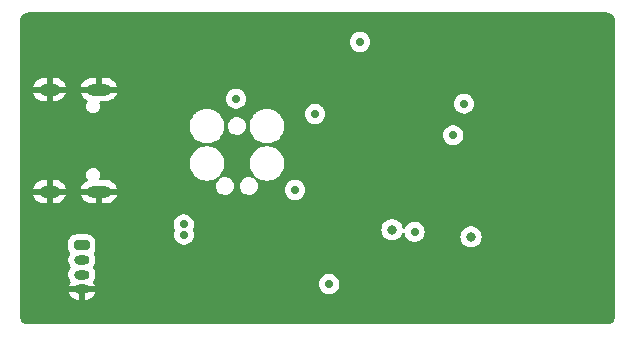
<source format=gbr>
%TF.GenerationSoftware,KiCad,Pcbnew,7.0.8*%
%TF.CreationDate,2024-01-29T14:11:28+05:30*%
%TF.ProjectId,stm32_ble,73746d33-325f-4626-9c65-2e6b69636164,Version : 1*%
%TF.SameCoordinates,PX6eac850PY632ea00*%
%TF.FileFunction,Copper,L2,Inr*%
%TF.FilePolarity,Positive*%
%FSLAX46Y46*%
G04 Gerber Fmt 4.6, Leading zero omitted, Abs format (unit mm)*
G04 Created by KiCad (PCBNEW 7.0.8) date 2024-01-29 14:11:28*
%MOMM*%
%LPD*%
G01*
G04 APERTURE LIST*
G04 Aperture macros list*
%AMRoundRect*
0 Rectangle with rounded corners*
0 $1 Rounding radius*
0 $2 $3 $4 $5 $6 $7 $8 $9 X,Y pos of 4 corners*
0 Add a 4 corners polygon primitive as box body*
4,1,4,$2,$3,$4,$5,$6,$7,$8,$9,$2,$3,0*
0 Add four circle primitives for the rounded corners*
1,1,$1+$1,$2,$3*
1,1,$1+$1,$4,$5*
1,1,$1+$1,$6,$7*
1,1,$1+$1,$8,$9*
0 Add four rect primitives between the rounded corners*
20,1,$1+$1,$2,$3,$4,$5,0*
20,1,$1+$1,$4,$5,$6,$7,0*
20,1,$1+$1,$6,$7,$8,$9,0*
20,1,$1+$1,$8,$9,$2,$3,0*%
G04 Aperture macros list end*
%TA.AperFunction,ComponentPad*%
%ADD10O,2.100000X1.000000*%
%TD*%
%TA.AperFunction,ComponentPad*%
%ADD11O,1.800000X1.000000*%
%TD*%
%TA.AperFunction,ComponentPad*%
%ADD12C,0.700000*%
%TD*%
%TA.AperFunction,ComponentPad*%
%ADD13C,4.400000*%
%TD*%
%TA.AperFunction,ComponentPad*%
%ADD14RoundRect,0.200000X-0.450000X0.200000X-0.450000X-0.200000X0.450000X-0.200000X0.450000X0.200000X0*%
%TD*%
%TA.AperFunction,ComponentPad*%
%ADD15O,1.300000X0.800000*%
%TD*%
%TA.AperFunction,ViaPad*%
%ADD16C,0.700000*%
%TD*%
%TA.AperFunction,ViaPad*%
%ADD17C,0.800000*%
%TD*%
G04 APERTURE END LIST*
D10*
%TO.N,GND*%
%TO.C,J3*%
X6815000Y20500000D03*
D11*
X2635000Y20500000D03*
D10*
X6815000Y11860000D03*
D11*
X2635000Y11860000D03*
%TD*%
D12*
%TO.N,GND*%
%TO.C,H1*%
X9260000Y24500000D03*
X9743274Y25666726D03*
X9743274Y23333274D03*
X10910000Y26150000D03*
D13*
X10910000Y24500000D03*
D12*
X10910000Y22850000D03*
X12076726Y25666726D03*
X12076726Y23333274D03*
X12560000Y24500000D03*
%TD*%
%TO.N,GND*%
%TO.C,H2*%
X9550000Y3370000D03*
X10033274Y4536726D03*
X10033274Y2203274D03*
X11200000Y5020000D03*
D13*
X11200000Y3370000D03*
D12*
X11200000Y1720000D03*
X12366726Y4536726D03*
X12366726Y2203274D03*
X12850000Y3370000D03*
%TD*%
%TO.N,GND*%
%TO.C,H4*%
X45743274Y3476726D03*
X46226548Y4643452D03*
X46226548Y2310000D03*
X47393274Y5126726D03*
D13*
X47393274Y3476726D03*
D12*
X47393274Y1826726D03*
X48560000Y4643452D03*
X48560000Y2310000D03*
X49043274Y3476726D03*
%TD*%
%TO.N,GND*%
%TO.C,H3*%
X45980000Y24330000D03*
X46463274Y25496726D03*
X46463274Y23163274D03*
X47630000Y25980000D03*
D13*
X47630000Y24330000D03*
D12*
X47630000Y22680000D03*
X48796726Y25496726D03*
X48796726Y23163274D03*
X49280000Y24330000D03*
%TD*%
D14*
%TO.N,+3.3V*%
%TO.C,J4*%
X5370000Y7330000D03*
D15*
%TO.N,/UART_TX*%
X5370000Y6080000D03*
%TO.N,/UART_RX*%
X5370000Y4830000D03*
%TO.N,GND*%
X5370000Y3580000D03*
%TD*%
D16*
%TO.N,+3.3V*%
X28920000Y24530000D03*
X18420000Y19730000D03*
X25110000Y18430000D03*
X33540000Y8460000D03*
X23420000Y12000000D03*
X37715000Y19300000D03*
X26320000Y4030000D03*
X13990000Y9080000D03*
X14040000Y8210000D03*
X36820000Y16630000D03*
%TO.N,GND*%
X32020000Y17530000D03*
X23265000Y17430000D03*
X26975000Y21830000D03*
X26975000Y20830000D03*
X16020000Y12330000D03*
X31820000Y15430000D03*
X38120000Y24675000D03*
X24720000Y13430000D03*
X28820000Y16430000D03*
X30620000Y9930000D03*
X24670000Y9330000D03*
X48123701Y14299029D03*
X26075000Y23230000D03*
X20060000Y9010000D03*
X28820000Y14430000D03*
X37460000Y18200000D03*
X44520000Y16230000D03*
X42920000Y19275000D03*
X48120000Y20230000D03*
X44420000Y18230000D03*
X9450000Y14500000D03*
X40720000Y6330000D03*
X25670000Y9290000D03*
X34265000Y21765000D03*
X9030000Y9960000D03*
X8920000Y11530000D03*
X30620000Y16530000D03*
X33320000Y18530000D03*
X39860000Y14705000D03*
X39220000Y19475000D03*
X11520000Y15130000D03*
X26820000Y9630000D03*
X33120000Y14530000D03*
X3475000Y10030000D03*
X33220000Y16530000D03*
X29620000Y15430000D03*
X38250000Y16150000D03*
X38820000Y3130000D03*
D17*
X16985000Y8210000D03*
D16*
X3175000Y22430000D03*
X28820000Y18530000D03*
X31120000Y18530000D03*
X34620000Y9930000D03*
X9020000Y20875000D03*
X30620000Y14530000D03*
X37020000Y20985000D03*
X29720000Y17530000D03*
D17*
%TO.N,/BOOT0*%
X31630000Y8630000D03*
X38320000Y8030000D03*
%TD*%
%TA.AperFunction,Conductor*%
%TO.N,GND*%
G36*
X49823031Y27029201D02*
G01*
X49870947Y27024483D01*
X49944317Y27017256D01*
X49968145Y27012517D01*
X50076005Y26979798D01*
X50098453Y26970499D01*
X50197849Y26917371D01*
X50218059Y26903867D01*
X50305179Y26832370D01*
X50322369Y26815180D01*
X50393866Y26728060D01*
X50407370Y26707850D01*
X50460495Y26608462D01*
X50469798Y26586003D01*
X50502514Y26478152D01*
X50507256Y26454312D01*
X50519201Y26333033D01*
X50519500Y26326952D01*
X50519500Y1333049D01*
X50519201Y1326968D01*
X50507256Y1205689D01*
X50502514Y1181849D01*
X50469798Y1073998D01*
X50460495Y1051539D01*
X50407370Y952151D01*
X50393866Y931941D01*
X50322369Y844821D01*
X50305179Y827631D01*
X50218059Y756134D01*
X50197849Y742630D01*
X50098461Y689505D01*
X50076002Y680202D01*
X49968151Y647486D01*
X49944311Y642744D01*
X49823032Y630799D01*
X49816951Y630500D01*
X823049Y630500D01*
X816968Y630799D01*
X695688Y642744D01*
X671848Y647486D01*
X563997Y680202D01*
X541541Y689504D01*
X442150Y742630D01*
X421940Y756134D01*
X334820Y827631D01*
X317630Y844821D01*
X246133Y931941D01*
X232629Y952151D01*
X193441Y1025466D01*
X179501Y1051547D01*
X170201Y1073998D01*
X137483Y1181855D01*
X132744Y1205683D01*
X120799Y1326969D01*
X120500Y1333049D01*
X120500Y3330000D01*
X4253033Y3330000D01*
X4259334Y3300355D01*
X4336286Y3127519D01*
X4447487Y2974465D01*
X4588081Y2847873D01*
X4588084Y2847871D01*
X4751915Y2753284D01*
X4751927Y2753279D01*
X4931845Y2694820D01*
X5072841Y2680000D01*
X5120000Y2680000D01*
X5120000Y3330000D01*
X4253033Y3330000D01*
X120500Y3330000D01*
X120500Y4735355D01*
X4219500Y4735355D01*
X4258855Y4550198D01*
X4258857Y4550193D01*
X4335848Y4377271D01*
X4335851Y4377266D01*
X4408364Y4277460D01*
X4431844Y4211654D01*
X4416018Y4143600D01*
X4408364Y4131690D01*
X4336284Y4032481D01*
X4336283Y4032480D01*
X4259335Y3859649D01*
X4253033Y3830000D01*
X5345376Y3830000D01*
X5272455Y3815495D01*
X5189760Y3760240D01*
X5134505Y3677545D01*
X5115102Y3580000D01*
X5134505Y3482455D01*
X5189760Y3399760D01*
X5272455Y3344505D01*
X5345376Y3330000D01*
X5394624Y3330000D01*
X5620000Y3330000D01*
X5620000Y2680000D01*
X5667159Y2680000D01*
X5808154Y2694820D01*
X5988072Y2753279D01*
X5988084Y2753284D01*
X6151915Y2847871D01*
X6151918Y2847873D01*
X6292509Y2974461D01*
X6292511Y2974464D01*
X6403717Y3127523D01*
X6480664Y3300352D01*
X6486967Y3330000D01*
X5620000Y3330000D01*
X5394624Y3330000D01*
X5467545Y3344505D01*
X5550240Y3399760D01*
X5605495Y3482455D01*
X5624898Y3580000D01*
X5605495Y3677545D01*
X5550240Y3760240D01*
X5467545Y3815495D01*
X5394624Y3830000D01*
X6486967Y3830000D01*
X6480665Y3859646D01*
X6404818Y4030000D01*
X25464815Y4030000D01*
X25483503Y3852195D01*
X25483504Y3852193D01*
X25538747Y3682171D01*
X25538750Y3682165D01*
X25628141Y3527335D01*
X25668551Y3482455D01*
X25747764Y3394479D01*
X25747767Y3394477D01*
X25747770Y3394474D01*
X25892407Y3289388D01*
X26055733Y3216671D01*
X26230609Y3179500D01*
X26230610Y3179500D01*
X26409389Y3179500D01*
X26409391Y3179500D01*
X26584267Y3216671D01*
X26747593Y3289388D01*
X26892230Y3394474D01*
X27011859Y3527335D01*
X27101250Y3682165D01*
X27156497Y3852197D01*
X27175185Y4030000D01*
X27156497Y4207803D01*
X27128873Y4292819D01*
X27101252Y4377830D01*
X27101249Y4377836D01*
X27011859Y4532665D01*
X26965003Y4584704D01*
X26892235Y4665522D01*
X26892232Y4665524D01*
X26892231Y4665525D01*
X26892230Y4665526D01*
X26747593Y4770612D01*
X26584267Y4843329D01*
X26584265Y4843330D01*
X26456594Y4870467D01*
X26409391Y4880500D01*
X26230609Y4880500D01*
X26199954Y4873985D01*
X26055733Y4843330D01*
X26055728Y4843328D01*
X25892408Y4770613D01*
X25747768Y4665525D01*
X25628140Y4532664D01*
X25538750Y4377836D01*
X25538747Y4377830D01*
X25483504Y4207808D01*
X25483503Y4207806D01*
X25464815Y4030000D01*
X6404818Y4030000D01*
X6403713Y4032482D01*
X6331634Y4131689D01*
X6308154Y4197495D01*
X6323979Y4265549D01*
X6331628Y4277452D01*
X6404151Y4377270D01*
X6481144Y4550197D01*
X6520500Y4735354D01*
X6520500Y4924646D01*
X6481144Y5109803D01*
X6404151Y5282730D01*
X6404148Y5282735D01*
X6331944Y5382115D01*
X6308464Y5447921D01*
X6324289Y5515975D01*
X6331944Y5527885D01*
X6404148Y5627266D01*
X6404147Y5627266D01*
X6404151Y5627270D01*
X6481144Y5800197D01*
X6520500Y5985354D01*
X6520500Y6174646D01*
X6481144Y6359803D01*
X6404151Y6532730D01*
X6383395Y6561299D01*
X6359916Y6627102D01*
X6375741Y6695156D01*
X6377564Y6698277D01*
X6463478Y6840394D01*
X6514086Y7002804D01*
X6520500Y7073384D01*
X6520500Y7586616D01*
X6514086Y7657196D01*
X6463478Y7819606D01*
X6375472Y7965185D01*
X6375470Y7965187D01*
X6375469Y7965189D01*
X6255188Y8085470D01*
X6234818Y8097784D01*
X6109606Y8173478D01*
X5947196Y8224086D01*
X5947194Y8224087D01*
X5947192Y8224087D01*
X5897778Y8228577D01*
X5876616Y8230500D01*
X4863384Y8230500D01*
X4844145Y8228752D01*
X4792807Y8224087D01*
X4630393Y8173478D01*
X4484811Y8085470D01*
X4364530Y7965189D01*
X4276522Y7819607D01*
X4225913Y7657193D01*
X4219500Y7586614D01*
X4219500Y7073387D01*
X4225913Y7002808D01*
X4276522Y6840394D01*
X4362402Y6698332D01*
X4380238Y6630777D01*
X4358720Y6564304D01*
X4356605Y6561299D01*
X4335848Y6532729D01*
X4258857Y6359808D01*
X4258855Y6359803D01*
X4219500Y6174646D01*
X4219500Y5985355D01*
X4258855Y5800198D01*
X4258857Y5800193D01*
X4335848Y5627272D01*
X4408056Y5527885D01*
X4431535Y5462078D01*
X4415709Y5394025D01*
X4408056Y5382115D01*
X4335848Y5282729D01*
X4258857Y5109808D01*
X4258855Y5109803D01*
X4219500Y4924646D01*
X4219500Y4735355D01*
X120500Y4735355D01*
X120500Y9080000D01*
X13134815Y9080000D01*
X13153503Y8902195D01*
X13153504Y8902193D01*
X13208750Y8732164D01*
X13249385Y8661782D01*
X13265858Y8593882D01*
X13259929Y8561464D01*
X13203504Y8387808D01*
X13203503Y8387806D01*
X13184815Y8210000D01*
X13203503Y8032195D01*
X13203504Y8032193D01*
X13258747Y7862171D01*
X13258750Y7862165D01*
X13348141Y7707335D01*
X13389210Y7661723D01*
X13467764Y7574479D01*
X13467767Y7574477D01*
X13467770Y7574474D01*
X13612407Y7469388D01*
X13775733Y7396671D01*
X13950609Y7359500D01*
X13950610Y7359500D01*
X14129389Y7359500D01*
X14129391Y7359500D01*
X14304267Y7396671D01*
X14467593Y7469388D01*
X14612230Y7574474D01*
X14731859Y7707335D01*
X14821250Y7862165D01*
X14876497Y8032197D01*
X14895185Y8210000D01*
X14876497Y8387803D01*
X14821250Y8557835D01*
X14780613Y8628220D01*
X14780181Y8630000D01*
X30724540Y8630000D01*
X30744326Y8441744D01*
X30744327Y8441741D01*
X30802818Y8261723D01*
X30802820Y8261718D01*
X30802821Y8261716D01*
X30897467Y8097784D01*
X31016856Y7965189D01*
X31024129Y7957112D01*
X31177265Y7845852D01*
X31177270Y7845849D01*
X31350192Y7768858D01*
X31350197Y7768856D01*
X31535354Y7729500D01*
X31535355Y7729500D01*
X31724644Y7729500D01*
X31724646Y7729500D01*
X31909803Y7768856D01*
X32082730Y7845849D01*
X32235871Y7957112D01*
X32362533Y8097784D01*
X32457179Y8261716D01*
X32465737Y8288057D01*
X32505173Y8345730D01*
X32569531Y8372929D01*
X32638377Y8361016D01*
X32689854Y8313773D01*
X32701599Y8288056D01*
X32758747Y8112172D01*
X32758750Y8112165D01*
X32848141Y7957335D01*
X32889812Y7911054D01*
X32967764Y7824479D01*
X32967767Y7824477D01*
X32967770Y7824474D01*
X33112407Y7719388D01*
X33275733Y7646671D01*
X33450609Y7609500D01*
X33450610Y7609500D01*
X33629389Y7609500D01*
X33629391Y7609500D01*
X33804267Y7646671D01*
X33967593Y7719388D01*
X34112230Y7824474D01*
X34127778Y7841741D01*
X34146167Y7862165D01*
X34231859Y7957335D01*
X34273812Y8030000D01*
X37414540Y8030000D01*
X37434326Y7841744D01*
X37434327Y7841741D01*
X37492818Y7661723D01*
X37492821Y7661716D01*
X37587467Y7497784D01*
X37678510Y7396671D01*
X37714129Y7357112D01*
X37867265Y7245852D01*
X37867270Y7245849D01*
X38040192Y7168858D01*
X38040197Y7168856D01*
X38225354Y7129500D01*
X38225355Y7129500D01*
X38414644Y7129500D01*
X38414646Y7129500D01*
X38599803Y7168856D01*
X38772730Y7245849D01*
X38925871Y7357112D01*
X39052533Y7497784D01*
X39147179Y7661716D01*
X39205674Y7841744D01*
X39225460Y8030000D01*
X39205674Y8218256D01*
X39147179Y8398284D01*
X39052533Y8562216D01*
X38925871Y8702888D01*
X38925870Y8702889D01*
X38772734Y8814149D01*
X38772729Y8814152D01*
X38599807Y8891143D01*
X38599802Y8891145D01*
X38454001Y8922135D01*
X38414646Y8930500D01*
X38225354Y8930500D01*
X38192897Y8923602D01*
X38040197Y8891145D01*
X38040192Y8891143D01*
X37867270Y8814152D01*
X37867265Y8814149D01*
X37714129Y8702889D01*
X37587466Y8562215D01*
X37492821Y8398285D01*
X37492818Y8398278D01*
X37436220Y8224086D01*
X37434326Y8218256D01*
X37414540Y8030000D01*
X34273812Y8030000D01*
X34321250Y8112165D01*
X34376497Y8282197D01*
X34395185Y8460000D01*
X34376497Y8637803D01*
X34332207Y8774113D01*
X34321252Y8807830D01*
X34321249Y8807836D01*
X34318631Y8812371D01*
X34231859Y8962665D01*
X34185003Y9014704D01*
X34112235Y9095522D01*
X34112232Y9095524D01*
X34112231Y9095525D01*
X34112230Y9095526D01*
X33967593Y9200612D01*
X33804267Y9273329D01*
X33804265Y9273330D01*
X33676594Y9300467D01*
X33629391Y9310500D01*
X33450609Y9310500D01*
X33419954Y9303985D01*
X33275733Y9273330D01*
X33275728Y9273328D01*
X33112408Y9200613D01*
X32967768Y9095525D01*
X32848140Y8962664D01*
X32758750Y8807836D01*
X32758746Y8807828D01*
X32756146Y8799823D01*
X32716707Y8742148D01*
X32652348Y8714952D01*
X32583502Y8726868D01*
X32532027Y8774113D01*
X32516924Y8812371D01*
X32515674Y8818248D01*
X32515674Y8818256D01*
X32457179Y8998284D01*
X32362533Y9162216D01*
X32235871Y9302888D01*
X32225394Y9310500D01*
X32082734Y9414149D01*
X32082729Y9414152D01*
X31909807Y9491143D01*
X31909802Y9491145D01*
X31764001Y9522135D01*
X31724646Y9530500D01*
X31535354Y9530500D01*
X31502897Y9523602D01*
X31350197Y9491145D01*
X31350192Y9491143D01*
X31177270Y9414152D01*
X31177265Y9414149D01*
X31024129Y9302889D01*
X30897466Y9162215D01*
X30802821Y8998285D01*
X30802818Y8998278D01*
X30744327Y8818260D01*
X30744326Y8818256D01*
X30724540Y8630000D01*
X14780181Y8630000D01*
X14764141Y8696118D01*
X14770070Y8728537D01*
X14771247Y8732161D01*
X14771250Y8732165D01*
X14826497Y8902197D01*
X14845185Y9080000D01*
X14826497Y9257803D01*
X14775697Y9414149D01*
X14771252Y9427830D01*
X14771249Y9427836D01*
X14734699Y9491143D01*
X14681859Y9582665D01*
X14635003Y9634704D01*
X14562235Y9715522D01*
X14562232Y9715524D01*
X14562231Y9715525D01*
X14562230Y9715526D01*
X14417593Y9820612D01*
X14254267Y9893329D01*
X14254265Y9893330D01*
X14126594Y9920467D01*
X14079391Y9930500D01*
X13900609Y9930500D01*
X13869954Y9923985D01*
X13725733Y9893330D01*
X13725728Y9893328D01*
X13562408Y9820613D01*
X13417768Y9715525D01*
X13298140Y9582664D01*
X13208750Y9427836D01*
X13208747Y9427830D01*
X13153504Y9257808D01*
X13153503Y9257806D01*
X13134815Y9080000D01*
X120500Y9080000D01*
X120500Y11610000D01*
X1261634Y11610000D01*
X1261931Y11608054D01*
X1261933Y11608048D01*
X1332562Y11417343D01*
X1332565Y11417336D01*
X1440149Y11244733D01*
X1580264Y11097332D01*
X1580266Y11097331D01*
X1747195Y10981144D01*
X1934092Y10900941D01*
X2133310Y10860000D01*
X2385000Y10860000D01*
X2385000Y11560000D01*
X2885000Y11560000D01*
X2885000Y10860000D01*
X3085713Y10860000D01*
X3237338Y10875419D01*
X3431381Y10936300D01*
X3431391Y10936305D01*
X3609215Y11035006D01*
X3609216Y11035006D01*
X3763530Y11167479D01*
X3763531Y11167480D01*
X3888018Y11328305D01*
X3977588Y11510907D01*
X4003246Y11610000D01*
X5291634Y11610000D01*
X5291931Y11608054D01*
X5291933Y11608048D01*
X5362562Y11417343D01*
X5362565Y11417336D01*
X5470149Y11244733D01*
X5610264Y11097332D01*
X5610266Y11097331D01*
X5777195Y10981144D01*
X5964092Y10900941D01*
X6163310Y10860000D01*
X6565000Y10860000D01*
X6565000Y11560000D01*
X7065000Y11560000D01*
X7065000Y10860000D01*
X7415713Y10860000D01*
X7567338Y10875419D01*
X7761381Y10936300D01*
X7761391Y10936305D01*
X7939215Y11035006D01*
X7939216Y11035006D01*
X8093530Y11167479D01*
X8093531Y11167480D01*
X8218018Y11328305D01*
X8307588Y11510907D01*
X8333246Y11610000D01*
X7531111Y11610000D01*
X7570610Y11634457D01*
X7638201Y11723962D01*
X7668895Y11831840D01*
X7658546Y11943521D01*
X7608552Y12043922D01*
X7536069Y12110000D01*
X8338366Y12110000D01*
X8338068Y12111947D01*
X8338066Y12111953D01*
X8267437Y12302658D01*
X8267434Y12302665D01*
X8159850Y12475268D01*
X8019735Y12622669D01*
X8019733Y12622670D01*
X7852804Y12738857D01*
X7665907Y12819060D01*
X7466690Y12860000D01*
X6956207Y12860000D01*
X6889168Y12879685D01*
X6843413Y12932489D01*
X6833469Y13001647D01*
X6841644Y13031450D01*
X6885429Y13137154D01*
X6905552Y13290000D01*
X6885429Y13442846D01*
X6826433Y13585276D01*
X6732583Y13707583D01*
X6610276Y13801433D01*
X6610272Y13801435D01*
X6467849Y13860428D01*
X6467847Y13860429D01*
X6467846Y13860429D01*
X6453536Y13862313D01*
X6353380Y13875500D01*
X6353373Y13875500D01*
X6276627Y13875500D01*
X6276619Y13875500D01*
X6162154Y13860429D01*
X6162150Y13860428D01*
X6019727Y13801435D01*
X6019724Y13801434D01*
X6019724Y13801433D01*
X5897417Y13707583D01*
X5854289Y13651377D01*
X5803565Y13585273D01*
X5744572Y13442850D01*
X5744571Y13442846D01*
X5724448Y13290001D01*
X5724448Y13290000D01*
X5744571Y13137155D01*
X5744572Y13137151D01*
X5803565Y12994727D01*
X5803566Y12994725D01*
X5803567Y12994724D01*
X5848999Y12935516D01*
X5874193Y12870347D01*
X5860155Y12801903D01*
X5811341Y12751913D01*
X5810802Y12751612D01*
X5690788Y12684998D01*
X5690783Y12684995D01*
X5536469Y12552522D01*
X5536468Y12552521D01*
X5411981Y12391696D01*
X5322411Y12209094D01*
X5296754Y12110000D01*
X6098889Y12110000D01*
X6059390Y12085543D01*
X5991799Y11996038D01*
X5961105Y11888160D01*
X5971454Y11776479D01*
X6021448Y11676078D01*
X6093931Y11610000D01*
X5291634Y11610000D01*
X4003246Y11610000D01*
X3201111Y11610000D01*
X3240610Y11634457D01*
X3308201Y11723962D01*
X3338895Y11831840D01*
X3328546Y11943521D01*
X3278552Y12043922D01*
X3206069Y12110000D01*
X4008366Y12110000D01*
X4008068Y12111947D01*
X4008066Y12111953D01*
X3937437Y12302658D01*
X3937434Y12302665D01*
X3829850Y12475268D01*
X3689735Y12622669D01*
X3689733Y12622670D01*
X3522804Y12738857D01*
X3335907Y12819060D01*
X3136690Y12860000D01*
X2885000Y12860000D01*
X2885000Y12160000D01*
X2385000Y12160000D01*
X2385000Y12860000D01*
X2184287Y12860000D01*
X2032661Y12844582D01*
X1838618Y12783701D01*
X1838608Y12783696D01*
X1660784Y12684995D01*
X1660783Y12684995D01*
X1506469Y12552522D01*
X1506468Y12552521D01*
X1381981Y12391696D01*
X1292411Y12209094D01*
X1266754Y12110000D01*
X2068889Y12110000D01*
X2029390Y12085543D01*
X1961799Y11996038D01*
X1931105Y11888160D01*
X1941454Y11776479D01*
X1991448Y11676078D01*
X2063931Y11610000D01*
X1261634Y11610000D01*
X120500Y11610000D01*
X120500Y14115021D01*
X14516050Y14115021D01*
X14555547Y13878329D01*
X14633460Y13651377D01*
X14633465Y13651366D01*
X14747669Y13440335D01*
X14747676Y13440324D01*
X14895052Y13250976D01*
X14895054Y13250974D01*
X14895058Y13250969D01*
X15071603Y13088448D01*
X15272490Y12957202D01*
X15492240Y12860811D01*
X15724859Y12801904D01*
X15904118Y12787050D01*
X15904120Y12787050D01*
X16023880Y12787050D01*
X16023882Y12787050D01*
X16203141Y12801904D01*
X16435760Y12860811D01*
X16655510Y12957202D01*
X16783001Y13040496D01*
X16849891Y13060684D01*
X16917076Y13041505D01*
X16963227Y12989046D01*
X16973690Y12919964D01*
X16945144Y12856192D01*
X16941024Y12851602D01*
X16877628Y12784405D01*
X16858959Y12752070D01*
X16789288Y12631396D01*
X16738615Y12462138D01*
X16738614Y12462133D01*
X16728341Y12285757D01*
X16753234Y12144588D01*
X16759023Y12111759D01*
X16788285Y12043922D01*
X16829000Y11949531D01*
X16829005Y11949523D01*
X16916618Y11831840D01*
X16934509Y11807808D01*
X17069854Y11694240D01*
X17148103Y11654942D01*
X17227736Y11614948D01*
X17227737Y11614948D01*
X17227741Y11614946D01*
X17399660Y11574200D01*
X17399663Y11574200D01*
X17532012Y11574200D01*
X17532019Y11574200D01*
X17663486Y11589566D01*
X17829511Y11649995D01*
X17977126Y11747082D01*
X18098372Y11875595D01*
X18186712Y12028605D01*
X18237385Y12197863D01*
X18242504Y12285757D01*
X18760341Y12285757D01*
X18785234Y12144588D01*
X18791023Y12111759D01*
X18820285Y12043922D01*
X18861000Y11949531D01*
X18861005Y11949523D01*
X18948618Y11831840D01*
X18966509Y11807808D01*
X19101854Y11694240D01*
X19180103Y11654942D01*
X19259736Y11614948D01*
X19259737Y11614948D01*
X19259741Y11614946D01*
X19431660Y11574200D01*
X19431663Y11574200D01*
X19564012Y11574200D01*
X19564019Y11574200D01*
X19695486Y11589566D01*
X19861511Y11649995D01*
X20009126Y11747082D01*
X20130372Y11875595D01*
X20202197Y12000000D01*
X22564815Y12000000D01*
X22583503Y11822195D01*
X22583504Y11822193D01*
X22638747Y11652171D01*
X22638750Y11652165D01*
X22728141Y11497335D01*
X22769812Y11451054D01*
X22847764Y11364479D01*
X22847767Y11364477D01*
X22847770Y11364474D01*
X22992407Y11259388D01*
X23155733Y11186671D01*
X23330609Y11149500D01*
X23330610Y11149500D01*
X23509389Y11149500D01*
X23509391Y11149500D01*
X23684267Y11186671D01*
X23847593Y11259388D01*
X23992230Y11364474D01*
X24111859Y11497335D01*
X24201250Y11652165D01*
X24256497Y11822197D01*
X24275185Y12000000D01*
X24256497Y12177803D01*
X24221421Y12285755D01*
X24201252Y12347830D01*
X24201249Y12347836D01*
X24186002Y12374245D01*
X24111859Y12502665D01*
X24065003Y12554704D01*
X23992235Y12635522D01*
X23992232Y12635524D01*
X23992231Y12635525D01*
X23992230Y12635526D01*
X23847593Y12740612D01*
X23684267Y12813329D01*
X23684265Y12813330D01*
X23537233Y12844582D01*
X23509391Y12850500D01*
X23330609Y12850500D01*
X23302767Y12844582D01*
X23155733Y12813330D01*
X23155728Y12813328D01*
X22992408Y12740613D01*
X22847768Y12635525D01*
X22728140Y12502664D01*
X22638750Y12347836D01*
X22638747Y12347830D01*
X22583504Y12177808D01*
X22583503Y12177806D01*
X22564815Y12000000D01*
X20202197Y12000000D01*
X20218712Y12028605D01*
X20269385Y12197863D01*
X20279658Y12374245D01*
X20248977Y12548241D01*
X20178998Y12710472D01*
X20156560Y12740611D01*
X20073288Y12852465D01*
X20049044Y12917994D01*
X20064076Y12986227D01*
X20113612Y13035502D01*
X20181924Y13050173D01*
X20240573Y13030321D01*
X20343566Y12963032D01*
X20352490Y12957202D01*
X20572240Y12860811D01*
X20804859Y12801904D01*
X20984118Y12787050D01*
X20984120Y12787050D01*
X21103880Y12787050D01*
X21103882Y12787050D01*
X21283141Y12801904D01*
X21515760Y12860811D01*
X21735510Y12957202D01*
X21936397Y13088448D01*
X22112942Y13250969D01*
X22260329Y13440332D01*
X22374538Y13651372D01*
X22452453Y13878331D01*
X22491950Y14115019D01*
X22491950Y14354981D01*
X22452453Y14591669D01*
X22374538Y14818628D01*
X22260329Y15029668D01*
X22260327Y15029670D01*
X22260323Y15029677D01*
X22112947Y15219025D01*
X22112944Y15219028D01*
X22112942Y15219031D01*
X21936397Y15381552D01*
X21735510Y15512798D01*
X21735507Y15512800D01*
X21735506Y15512800D01*
X21639425Y15554945D01*
X21515760Y15609189D01*
X21515758Y15609190D01*
X21283137Y15668097D01*
X21139489Y15680000D01*
X21103882Y15682950D01*
X20984118Y15682950D01*
X20951728Y15680267D01*
X20804862Y15668097D01*
X20572241Y15609190D01*
X20352493Y15512800D01*
X20151603Y15381552D01*
X19975055Y15219028D01*
X19975052Y15219025D01*
X19827676Y15029677D01*
X19827669Y15029666D01*
X19713465Y14818635D01*
X19713460Y14818624D01*
X19635547Y14591672D01*
X19596050Y14354980D01*
X19596050Y14115021D01*
X19635547Y13878329D01*
X19713460Y13651377D01*
X19713465Y13651366D01*
X19827669Y13440335D01*
X19827676Y13440324D01*
X19975052Y13250976D01*
X19975054Y13250974D01*
X19975058Y13250969D01*
X20050546Y13181477D01*
X20086536Y13121591D01*
X20084436Y13051753D01*
X20044912Y12994137D01*
X19980513Y12967035D01*
X19911684Y12979053D01*
X19910912Y12979438D01*
X19780263Y13045053D01*
X19758660Y13050173D01*
X19608340Y13085800D01*
X19475981Y13085800D01*
X19360947Y13072355D01*
X19344513Y13070434D01*
X19178490Y13010006D01*
X19132014Y12979438D01*
X19030874Y12912918D01*
X19030873Y12912918D01*
X19030873Y12912917D01*
X18909631Y12784409D01*
X18909629Y12784407D01*
X18909628Y12784405D01*
X18890959Y12752070D01*
X18821288Y12631396D01*
X18770615Y12462138D01*
X18770614Y12462133D01*
X18760341Y12285757D01*
X18242504Y12285757D01*
X18247658Y12374245D01*
X18216977Y12548241D01*
X18146998Y12710472D01*
X18124560Y12740611D01*
X18070424Y12813328D01*
X18041491Y12852192D01*
X17906146Y12965760D01*
X17873796Y12982007D01*
X17748263Y13045053D01*
X17726660Y13050173D01*
X17576340Y13085800D01*
X17443981Y13085800D01*
X17328947Y13072355D01*
X17312513Y13070434D01*
X17146491Y13010006D01*
X17146490Y13010006D01*
X17146489Y13010005D01*
X17122363Y12994137D01*
X17106073Y12983423D01*
X17039245Y12963032D01*
X16972001Y12982007D01*
X16925691Y13034325D01*
X16915018Y13103375D01*
X16943370Y13167233D01*
X16953953Y13178255D01*
X17032942Y13250969D01*
X17180329Y13440332D01*
X17294538Y13651372D01*
X17372453Y13878331D01*
X17411950Y14115019D01*
X17411950Y14354981D01*
X17372453Y14591669D01*
X17294538Y14818628D01*
X17180329Y15029668D01*
X17180327Y15029670D01*
X17180323Y15029677D01*
X17032947Y15219025D01*
X17032944Y15219028D01*
X17032942Y15219031D01*
X16856397Y15381552D01*
X16655510Y15512798D01*
X16655507Y15512800D01*
X16655506Y15512800D01*
X16559425Y15554945D01*
X16435760Y15609189D01*
X16435758Y15609190D01*
X16203137Y15668097D01*
X16059489Y15680000D01*
X16023882Y15682950D01*
X15904118Y15682950D01*
X15871728Y15680267D01*
X15724862Y15668097D01*
X15492241Y15609190D01*
X15272493Y15512800D01*
X15071603Y15381552D01*
X14895055Y15219028D01*
X14895052Y15219025D01*
X14747676Y15029677D01*
X14747669Y15029666D01*
X14633465Y14818635D01*
X14633460Y14818624D01*
X14555547Y14591672D01*
X14516050Y14354980D01*
X14516050Y14115021D01*
X120500Y14115021D01*
X120500Y17290019D01*
X14516050Y17290019D01*
X14520138Y17265524D01*
X14555547Y17053329D01*
X14633460Y16826377D01*
X14633465Y16826366D01*
X14747669Y16615335D01*
X14747676Y16615324D01*
X14895052Y16425976D01*
X14895054Y16425974D01*
X14895058Y16425969D01*
X15071603Y16263448D01*
X15272490Y16132202D01*
X15492240Y16035811D01*
X15724859Y15976904D01*
X15904118Y15962050D01*
X15904120Y15962050D01*
X16023880Y15962050D01*
X16023882Y15962050D01*
X16203141Y15976904D01*
X16435760Y16035811D01*
X16655510Y16132202D01*
X16856397Y16263448D01*
X17032942Y16425969D01*
X17180329Y16615332D01*
X17294538Y16826372D01*
X17372453Y17053331D01*
X17411950Y17290019D01*
X17411950Y17365757D01*
X17744341Y17365757D01*
X17762016Y17265524D01*
X17775023Y17191759D01*
X17800514Y17132664D01*
X17845000Y17029531D01*
X17845005Y17029523D01*
X17950509Y16887808D01*
X18085854Y16774240D01*
X18164103Y16734942D01*
X18243736Y16694948D01*
X18243737Y16694948D01*
X18243741Y16694946D01*
X18415660Y16654200D01*
X18415663Y16654200D01*
X18548012Y16654200D01*
X18548019Y16654200D01*
X18679486Y16669566D01*
X18845511Y16729995D01*
X18993126Y16827082D01*
X19114372Y16955595D01*
X19202712Y17108605D01*
X19253385Y17277863D01*
X19254093Y17290019D01*
X19596050Y17290019D01*
X19600138Y17265524D01*
X19635547Y17053329D01*
X19713460Y16826377D01*
X19713465Y16826366D01*
X19827669Y16615335D01*
X19827676Y16615324D01*
X19975052Y16425976D01*
X19975054Y16425974D01*
X19975058Y16425969D01*
X20151603Y16263448D01*
X20352490Y16132202D01*
X20572240Y16035811D01*
X20804859Y15976904D01*
X20984118Y15962050D01*
X20984120Y15962050D01*
X21103880Y15962050D01*
X21103882Y15962050D01*
X21283141Y15976904D01*
X21515760Y16035811D01*
X21735510Y16132202D01*
X21936397Y16263448D01*
X22112942Y16425969D01*
X22260329Y16615332D01*
X22268267Y16630000D01*
X35964815Y16630000D01*
X35983503Y16452195D01*
X35983504Y16452193D01*
X36038747Y16282171D01*
X36038750Y16282165D01*
X36128141Y16127335D01*
X36169812Y16081054D01*
X36247764Y15994479D01*
X36247767Y15994477D01*
X36247770Y15994474D01*
X36392407Y15889388D01*
X36555733Y15816671D01*
X36730609Y15779500D01*
X36730610Y15779500D01*
X36909389Y15779500D01*
X36909391Y15779500D01*
X37084267Y15816671D01*
X37247593Y15889388D01*
X37392230Y15994474D01*
X37511859Y16127335D01*
X37601250Y16282165D01*
X37656497Y16452197D01*
X37675185Y16630000D01*
X37656497Y16807803D01*
X37608477Y16955592D01*
X37601252Y16977830D01*
X37601249Y16977836D01*
X37511859Y17132665D01*
X37458646Y17191764D01*
X37392235Y17265522D01*
X37392232Y17265524D01*
X37392231Y17265525D01*
X37392230Y17265526D01*
X37247593Y17370612D01*
X37084267Y17443329D01*
X37084265Y17443330D01*
X36956594Y17470467D01*
X36909391Y17480500D01*
X36730609Y17480500D01*
X36699954Y17473985D01*
X36555733Y17443330D01*
X36555728Y17443328D01*
X36392408Y17370613D01*
X36247768Y17265525D01*
X36128140Y17132664D01*
X36038750Y16977836D01*
X36038747Y16977830D01*
X35983504Y16807808D01*
X35983503Y16807806D01*
X35964815Y16630000D01*
X22268267Y16630000D01*
X22374538Y16826372D01*
X22452453Y17053331D01*
X22491950Y17290019D01*
X22491950Y17529981D01*
X22452453Y17766669D01*
X22374538Y17993628D01*
X22260329Y18204668D01*
X22260327Y18204670D01*
X22260323Y18204677D01*
X22112947Y18394025D01*
X22112944Y18394028D01*
X22112942Y18394031D01*
X22073869Y18430000D01*
X24254815Y18430000D01*
X24273503Y18252195D01*
X24273504Y18252193D01*
X24328747Y18082171D01*
X24328750Y18082165D01*
X24418141Y17927335D01*
X24459812Y17881054D01*
X24537764Y17794479D01*
X24537767Y17794477D01*
X24537770Y17794474D01*
X24682407Y17689388D01*
X24845733Y17616671D01*
X25020609Y17579500D01*
X25020610Y17579500D01*
X25199389Y17579500D01*
X25199391Y17579500D01*
X25374267Y17616671D01*
X25537593Y17689388D01*
X25682230Y17794474D01*
X25801859Y17927335D01*
X25891250Y18082165D01*
X25946497Y18252197D01*
X25965185Y18430000D01*
X25946497Y18607803D01*
X25891250Y18777835D01*
X25801859Y18932665D01*
X25750783Y18989390D01*
X25682235Y19065522D01*
X25682232Y19065524D01*
X25682231Y19065525D01*
X25682230Y19065526D01*
X25537593Y19170612D01*
X25374267Y19243329D01*
X25374265Y19243330D01*
X25246594Y19270467D01*
X25199391Y19280500D01*
X25020609Y19280500D01*
X24989954Y19273985D01*
X24845733Y19243330D01*
X24845728Y19243328D01*
X24682408Y19170613D01*
X24537768Y19065525D01*
X24418140Y18932664D01*
X24328750Y18777836D01*
X24328747Y18777830D01*
X24273504Y18607808D01*
X24273503Y18607806D01*
X24254815Y18430000D01*
X22073869Y18430000D01*
X21936397Y18556552D01*
X21735510Y18687798D01*
X21735507Y18687800D01*
X21735506Y18687800D01*
X21639425Y18729945D01*
X21515760Y18784189D01*
X21515758Y18784190D01*
X21283137Y18843097D01*
X21139489Y18855000D01*
X21103882Y18857950D01*
X20984118Y18857950D01*
X20951728Y18855267D01*
X20804862Y18843097D01*
X20572241Y18784190D01*
X20352493Y18687800D01*
X20155947Y18559390D01*
X20151603Y18556552D01*
X20035314Y18449500D01*
X19975055Y18394028D01*
X19975052Y18394025D01*
X19827676Y18204677D01*
X19827669Y18204666D01*
X19713465Y17993635D01*
X19713460Y17993624D01*
X19635547Y17766672D01*
X19626323Y17711396D01*
X19596050Y17529981D01*
X19596050Y17290019D01*
X19254093Y17290019D01*
X19263658Y17454245D01*
X19232977Y17628241D01*
X19162998Y17790472D01*
X19160016Y17794477D01*
X19057490Y17932193D01*
X18922146Y18045760D01*
X18922144Y18045761D01*
X18764263Y18125053D01*
X18764259Y18125054D01*
X18592340Y18165800D01*
X18459981Y18165800D01*
X18344947Y18152355D01*
X18328513Y18150434D01*
X18162490Y18090006D01*
X18095219Y18045761D01*
X18014874Y17992918D01*
X18014873Y17992918D01*
X18014873Y17992917D01*
X17893631Y17864409D01*
X17893627Y17864403D01*
X17805288Y17711396D01*
X17754615Y17542138D01*
X17754614Y17542133D01*
X17744341Y17365757D01*
X17411950Y17365757D01*
X17411950Y17529981D01*
X17372453Y17766669D01*
X17294538Y17993628D01*
X17180329Y18204668D01*
X17180327Y18204670D01*
X17180323Y18204677D01*
X17032947Y18394025D01*
X17032944Y18394028D01*
X17032942Y18394031D01*
X16856397Y18556552D01*
X16655510Y18687798D01*
X16655507Y18687800D01*
X16655506Y18687800D01*
X16559425Y18729945D01*
X16435760Y18784189D01*
X16435758Y18784190D01*
X16203137Y18843097D01*
X16059489Y18855000D01*
X16023882Y18857950D01*
X15904118Y18857950D01*
X15871728Y18855267D01*
X15724862Y18843097D01*
X15492241Y18784190D01*
X15272493Y18687800D01*
X15075947Y18559390D01*
X15071603Y18556552D01*
X14955314Y18449500D01*
X14895055Y18394028D01*
X14895052Y18394025D01*
X14747676Y18204677D01*
X14747669Y18204666D01*
X14633465Y17993635D01*
X14633460Y17993624D01*
X14555547Y17766672D01*
X14546323Y17711396D01*
X14516050Y17529981D01*
X14516050Y17290019D01*
X120500Y17290019D01*
X120500Y20250000D01*
X1261634Y20250000D01*
X1261931Y20248054D01*
X1261933Y20248048D01*
X1332562Y20057343D01*
X1332565Y20057336D01*
X1440149Y19884733D01*
X1580264Y19737332D01*
X1580266Y19737331D01*
X1747195Y19621144D01*
X1934092Y19540941D01*
X2133310Y19500000D01*
X2385000Y19500000D01*
X2385000Y20200000D01*
X2885000Y20200000D01*
X2885000Y19500000D01*
X3085713Y19500000D01*
X3237338Y19515419D01*
X3431381Y19576300D01*
X3431391Y19576305D01*
X3609215Y19675006D01*
X3609216Y19675006D01*
X3763530Y19807479D01*
X3763531Y19807480D01*
X3888018Y19968305D01*
X3977588Y20150907D01*
X4003246Y20250000D01*
X5291634Y20250000D01*
X5291931Y20248054D01*
X5291933Y20248048D01*
X5362562Y20057343D01*
X5362565Y20057336D01*
X5470149Y19884733D01*
X5610264Y19737332D01*
X5610266Y19737331D01*
X5777196Y19621143D01*
X5798160Y19612147D01*
X5852004Y19567621D01*
X5873228Y19501052D01*
X5855093Y19433577D01*
X5847637Y19422710D01*
X5803567Y19365277D01*
X5803565Y19365275D01*
X5744572Y19222850D01*
X5744571Y19222846D01*
X5724448Y19070001D01*
X5724448Y19070000D01*
X5744571Y18917155D01*
X5744572Y18917151D01*
X5775246Y18843096D01*
X5803567Y18774724D01*
X5897417Y18652417D01*
X6019724Y18558567D01*
X6162154Y18499571D01*
X6276627Y18484500D01*
X6276634Y18484500D01*
X6353366Y18484500D01*
X6353373Y18484500D01*
X6467846Y18499571D01*
X6610276Y18558567D01*
X6732583Y18652417D01*
X6826433Y18774724D01*
X6885429Y18917154D01*
X6905552Y19070000D01*
X6885429Y19222846D01*
X6841645Y19328549D01*
X6834177Y19398017D01*
X6865452Y19460496D01*
X6925541Y19496148D01*
X6956207Y19500000D01*
X7415713Y19500000D01*
X7567338Y19515419D01*
X7761381Y19576300D01*
X7761391Y19576305D01*
X7939215Y19675006D01*
X7939216Y19675006D01*
X8003277Y19730000D01*
X17564815Y19730000D01*
X17583503Y19552195D01*
X17583504Y19552193D01*
X17638747Y19382171D01*
X17638750Y19382165D01*
X17728141Y19227335D01*
X17769812Y19181054D01*
X17847764Y19094479D01*
X17847767Y19094477D01*
X17847770Y19094474D01*
X17992407Y18989388D01*
X18155733Y18916671D01*
X18330609Y18879500D01*
X18330610Y18879500D01*
X18509389Y18879500D01*
X18509391Y18879500D01*
X18684267Y18916671D01*
X18847593Y18989388D01*
X18992230Y19094474D01*
X19111859Y19227335D01*
X19153812Y19300000D01*
X36859815Y19300000D01*
X36878503Y19122195D01*
X36878504Y19122193D01*
X36933747Y18952171D01*
X36933750Y18952165D01*
X37023141Y18797335D01*
X37064812Y18751054D01*
X37142764Y18664479D01*
X37142767Y18664477D01*
X37142770Y18664474D01*
X37287407Y18559388D01*
X37450733Y18486671D01*
X37625609Y18449500D01*
X37625610Y18449500D01*
X37804389Y18449500D01*
X37804391Y18449500D01*
X37979267Y18486671D01*
X38142593Y18559388D01*
X38287230Y18664474D01*
X38406859Y18797335D01*
X38496250Y18952165D01*
X38551497Y19122197D01*
X38570185Y19300000D01*
X38551497Y19477803D01*
X38504923Y19621143D01*
X38496252Y19647830D01*
X38496249Y19647836D01*
X38406859Y19802665D01*
X38360003Y19854704D01*
X38287235Y19935522D01*
X38287232Y19935524D01*
X38287231Y19935525D01*
X38287230Y19935526D01*
X38142593Y20040612D01*
X37979267Y20113329D01*
X37979265Y20113330D01*
X37851594Y20140467D01*
X37804391Y20150500D01*
X37625609Y20150500D01*
X37594954Y20143985D01*
X37450733Y20113330D01*
X37450728Y20113328D01*
X37287408Y20040613D01*
X37142768Y19935525D01*
X37023140Y19802664D01*
X36933750Y19647836D01*
X36933747Y19647830D01*
X36878504Y19477808D01*
X36878503Y19477806D01*
X36859815Y19300000D01*
X19153812Y19300000D01*
X19201250Y19382165D01*
X19256497Y19552197D01*
X19275185Y19730000D01*
X19256497Y19907803D01*
X19207911Y20057336D01*
X19201252Y20077830D01*
X19201249Y20077836D01*
X19180758Y20113328D01*
X19111859Y20232665D01*
X19065003Y20284704D01*
X18992235Y20365522D01*
X18992232Y20365524D01*
X18992231Y20365525D01*
X18992230Y20365526D01*
X18847593Y20470612D01*
X18684267Y20543329D01*
X18684265Y20543330D01*
X18556594Y20570467D01*
X18509391Y20580500D01*
X18330609Y20580500D01*
X18299954Y20573985D01*
X18155733Y20543330D01*
X18155728Y20543328D01*
X17992408Y20470613D01*
X17847768Y20365525D01*
X17728140Y20232664D01*
X17638750Y20077836D01*
X17638747Y20077830D01*
X17583504Y19907808D01*
X17583503Y19907806D01*
X17564815Y19730000D01*
X8003277Y19730000D01*
X8093530Y19807479D01*
X8093531Y19807480D01*
X8218018Y19968305D01*
X8307588Y20150907D01*
X8333246Y20250000D01*
X7531111Y20250000D01*
X7570610Y20274457D01*
X7638201Y20363962D01*
X7668895Y20471840D01*
X7658546Y20583521D01*
X7608552Y20683922D01*
X7536069Y20750000D01*
X8338366Y20750000D01*
X8338068Y20751947D01*
X8338066Y20751953D01*
X8267437Y20942658D01*
X8267434Y20942665D01*
X8159850Y21115268D01*
X8019735Y21262669D01*
X8019733Y21262670D01*
X7852804Y21378857D01*
X7665907Y21459060D01*
X7466690Y21500000D01*
X7065000Y21500000D01*
X7065000Y20800000D01*
X6565000Y20800000D01*
X6565000Y21500000D01*
X6214287Y21500000D01*
X6062661Y21484582D01*
X5868618Y21423701D01*
X5868608Y21423696D01*
X5690784Y21324995D01*
X5690783Y21324995D01*
X5536469Y21192522D01*
X5536468Y21192521D01*
X5411981Y21031696D01*
X5322411Y20849094D01*
X5296754Y20750000D01*
X6098889Y20750000D01*
X6059390Y20725543D01*
X5991799Y20636038D01*
X5961105Y20528160D01*
X5971454Y20416479D01*
X6021448Y20316078D01*
X6093931Y20250000D01*
X5291634Y20250000D01*
X4003246Y20250000D01*
X3201111Y20250000D01*
X3240610Y20274457D01*
X3308201Y20363962D01*
X3338895Y20471840D01*
X3328546Y20583521D01*
X3278552Y20683922D01*
X3206069Y20750000D01*
X4008366Y20750000D01*
X4008068Y20751947D01*
X4008066Y20751953D01*
X3937437Y20942658D01*
X3937434Y20942665D01*
X3829850Y21115268D01*
X3689735Y21262669D01*
X3689733Y21262670D01*
X3522804Y21378857D01*
X3335907Y21459060D01*
X3136690Y21500000D01*
X2885000Y21500000D01*
X2885000Y20800000D01*
X2385000Y20800000D01*
X2385000Y21500000D01*
X2184287Y21500000D01*
X2032661Y21484582D01*
X1838618Y21423701D01*
X1838608Y21423696D01*
X1660784Y21324995D01*
X1660783Y21324995D01*
X1506469Y21192522D01*
X1506468Y21192521D01*
X1381981Y21031696D01*
X1292411Y20849094D01*
X1266754Y20750000D01*
X2068889Y20750000D01*
X2029390Y20725543D01*
X1961799Y20636038D01*
X1931105Y20528160D01*
X1941454Y20416479D01*
X1991448Y20316078D01*
X2063931Y20250000D01*
X1261634Y20250000D01*
X120500Y20250000D01*
X120500Y24530000D01*
X28064815Y24530000D01*
X28083503Y24352195D01*
X28083504Y24352193D01*
X28138747Y24182171D01*
X28138750Y24182165D01*
X28228141Y24027335D01*
X28269812Y23981054D01*
X28347764Y23894479D01*
X28347767Y23894477D01*
X28347770Y23894474D01*
X28492407Y23789388D01*
X28655733Y23716671D01*
X28830609Y23679500D01*
X28830610Y23679500D01*
X29009389Y23679500D01*
X29009391Y23679500D01*
X29184267Y23716671D01*
X29347593Y23789388D01*
X29492230Y23894474D01*
X29611859Y24027335D01*
X29701250Y24182165D01*
X29756497Y24352197D01*
X29775185Y24530000D01*
X29756497Y24707803D01*
X29701250Y24877835D01*
X29611859Y25032665D01*
X29565003Y25084704D01*
X29492235Y25165522D01*
X29492232Y25165524D01*
X29492231Y25165525D01*
X29492230Y25165526D01*
X29347593Y25270612D01*
X29184267Y25343329D01*
X29184265Y25343330D01*
X29056594Y25370467D01*
X29009391Y25380500D01*
X28830609Y25380500D01*
X28799954Y25373985D01*
X28655733Y25343330D01*
X28655728Y25343328D01*
X28492408Y25270613D01*
X28347768Y25165525D01*
X28228140Y25032664D01*
X28138750Y24877836D01*
X28138747Y24877830D01*
X28083504Y24707808D01*
X28083503Y24707806D01*
X28064815Y24530000D01*
X120500Y24530000D01*
X120500Y26326952D01*
X120799Y26333032D01*
X126033Y26386173D01*
X132744Y26454320D01*
X137483Y26478144D01*
X170203Y26586010D01*
X179499Y26608451D01*
X232632Y26707856D01*
X246133Y26728060D01*
X317635Y26815186D01*
X334814Y26832365D01*
X421942Y26903869D01*
X442144Y26917368D01*
X541549Y26970501D01*
X563990Y26979797D01*
X671856Y27012517D01*
X695682Y27017256D01*
X769052Y27024483D01*
X816969Y27029201D01*
X823049Y27029500D01*
X867595Y27029500D01*
X30763827Y27029500D01*
X49772405Y27029500D01*
X49816951Y27029500D01*
X49823031Y27029201D01*
G37*
%TD.AperFunction*%
%TD*%
M02*

</source>
